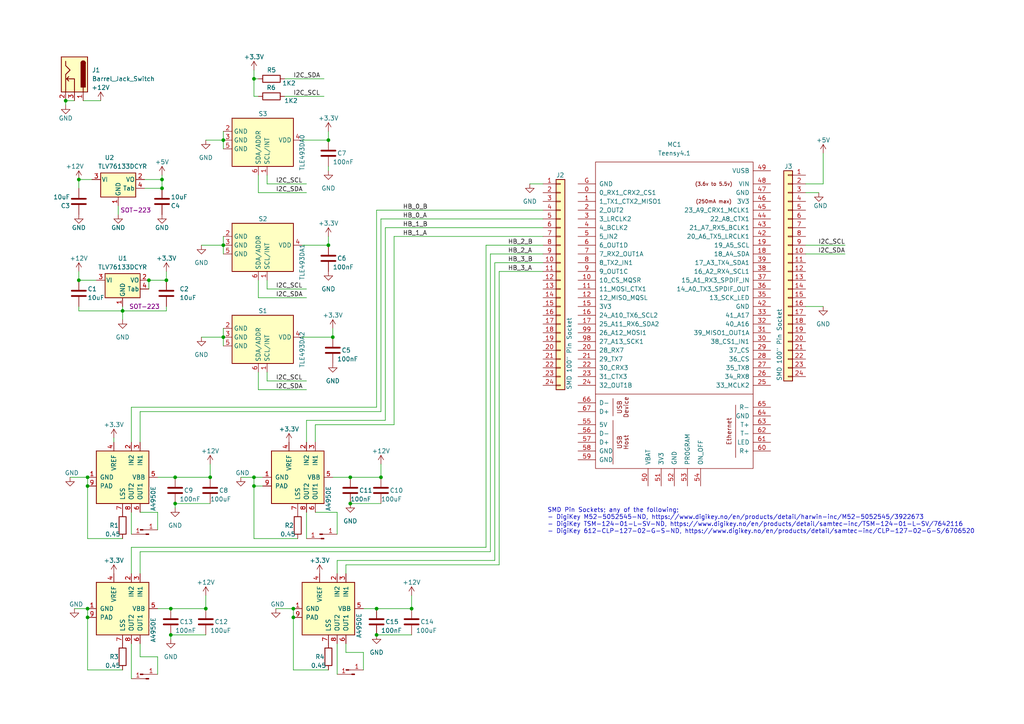
<source format=kicad_sch>
(kicad_sch (version 20230121) (generator eeschema)
  (paper "A4")
  (lib_symbols
    (symbol "Connector:Barrel_Jack_Switch" (pin_names hide)
      (property "Reference" "J" (at 0 5.334 0))
      (property "Value" "Barrel_Jack_Switch" (at 0 -5.08 0))
      (symbol "Barrel_Jack_Switch_0_1"
        (rectangle (start -5.08 3.81) (end 5.08 -3.81) (stroke (width 0.254)) (fill (type background)))
        (arc (start -3.302 3.175) (mid -3.9343 2.54) (end -3.302 1.905) (stroke (width 0.254)))
        (arc (start -3.302 3.175) (mid -3.9343 2.54) (end -3.302 1.905) (stroke (width 0.254)) (fill (type outline)))
        (polyline (pts (xy 1.27 -2.286) (xy 1.905 -1.651)) (stroke (width 0.254)))
        (polyline (pts (xy 5.08 2.54) (xy 3.81 2.54)) (stroke (width 0.254)))
        (polyline (pts (xy 5.08 0) (xy 1.27 0) (xy 1.27 -2.286) (xy 0.635 -1.651)) (stroke (width 0.254)))
        (polyline (pts (xy -3.81 -2.54) (xy -2.54 -2.54) (xy -1.27 -1.27) (xy 0 -2.54) (xy 2.54 -2.54) (xy 5.08 -2.54)) (stroke (width 0.254)))
        (rectangle (start 3.683 3.175) (end -3.302 1.905) (stroke (width 0.254)) (fill (type outline)))
      )
      (symbol "Barrel_Jack_Switch_1_1"
        (pin passive line (at 7.62 2.54 180) (length 2.54) (name "~") (number "1"))
        (pin passive line (at 7.62 -2.54 180) (length 2.54) (name "~") (number "2"))
        (pin passive line (at 7.62 0 180) (length 2.54) (name "~") (number "3"))
      )
    )
    (symbol "Connector:Conn_01x01_Pin" (pin_names (offset 1.016) hide)
      (property "Reference" "J" (at 0 2.54 0))
      (property "Value" "Conn_01x01_Pin" (at 0 -2.54 0))
      (symbol "Conn_01x01_Pin_1_1"
        (polyline (pts (xy 1.27 0) (xy 0.8636 0)) (stroke (width 0.1524)))
        (rectangle (start 0.8636 0.127) (end 0 -0.127) (stroke (width 0.1524)) (fill (type outline)))
        (pin passive line (at 5.08 0 180) (length 3.81) (name "Pin_1") (number "1"))
      )
    )
    (symbol "Connector_Generic:Conn_01x24" (pin_names (offset 1.016) hide)
      (property "Reference" "J" (at 0 30.48 0))
      (property "Value" "Conn_01x24" (at 0 -33.02 0))
      (symbol "Conn_01x24_1_1"
        (rectangle (start -1.27 -30.353) (end 0 -30.607) (stroke (width 0.1524)))
        (rectangle (start -1.27 -27.813) (end 0 -28.067) (stroke (width 0.1524)))
        (rectangle (start -1.27 -25.273) (end 0 -25.527) (stroke (width 0.1524)))
        (rectangle (start -1.27 -22.733) (end 0 -22.987) (stroke (width 0.1524)))
        (rectangle (start -1.27 -20.193) (end 0 -20.447) (stroke (width 0.1524)))
        (rectangle (start -1.27 -17.653) (end 0 -17.907) (stroke (width 0.1524)))
        (rectangle (start -1.27 -15.113) (end 0 -15.367) (stroke (width 0.1524)))
        (rectangle (start -1.27 -12.573) (end 0 -12.827) (stroke (width 0.1524)))
        (rectangle (start -1.27 -10.033) (end 0 -10.287) (stroke (width 0.1524)))
        (rectangle (start -1.27 -7.493) (end 0 -7.747) (stroke (width 0.1524)))
        (rectangle (start -1.27 -4.953) (end 0 -5.207) (stroke (width 0.1524)))
        (rectangle (start -1.27 -2.413) (end 0 -2.667) (stroke (width 0.1524)))
        (rectangle (start -1.27 0.127) (end 0 -0.127) (stroke (width 0.1524)))
        (rectangle (start -1.27 2.667) (end 0 2.413) (stroke (width 0.1524)))
        (rectangle (start -1.27 5.207) (end 0 4.953) (stroke (width 0.1524)))
        (rectangle (start -1.27 7.747) (end 0 7.493) (stroke (width 0.1524)))
        (rectangle (start -1.27 10.287) (end 0 10.033) (stroke (width 0.1524)))
        (rectangle (start -1.27 12.827) (end 0 12.573) (stroke (width 0.1524)))
        (rectangle (start -1.27 15.367) (end 0 15.113) (stroke (width 0.1524)))
        (rectangle (start -1.27 17.907) (end 0 17.653) (stroke (width 0.1524)))
        (rectangle (start -1.27 20.447) (end 0 20.193) (stroke (width 0.1524)))
        (rectangle (start -1.27 22.987) (end 0 22.733) (stroke (width 0.1524)))
        (rectangle (start -1.27 25.527) (end 0 25.273) (stroke (width 0.1524)))
        (rectangle (start -1.27 28.067) (end 0 27.813) (stroke (width 0.1524)))
        (rectangle (start -1.27 29.21) (end 1.27 -31.75) (stroke (width 0.254)) (fill (type background)))
        (pin passive line (at -5.08 27.94 0) (length 3.81) (name "Pin_1") (number "1"))
        (pin passive line (at -5.08 5.08 0) (length 3.81) (name "Pin_10") (number "10"))
        (pin passive line (at -5.08 2.54 0) (length 3.81) (name "Pin_11") (number "11"))
        (pin passive line (at -5.08 0 0) (length 3.81) (name "Pin_12") (number "12"))
        (pin passive line (at -5.08 -2.54 0) (length 3.81) (name "Pin_13") (number "13"))
        (pin passive line (at -5.08 -5.08 0) (length 3.81) (name "Pin_14") (number "14"))
        (pin passive line (at -5.08 -7.62 0) (length 3.81) (name "Pin_15") (number "15"))
        (pin passive line (at -5.08 -10.16 0) (length 3.81) (name "Pin_16") (number "16"))
        (pin passive line (at -5.08 -12.7 0) (length 3.81) (name "Pin_17") (number "17"))
        (pin passive line (at -5.08 -15.24 0) (length 3.81) (name "Pin_18") (number "18"))
        (pin passive line (at -5.08 -17.78 0) (length 3.81) (name "Pin_19") (number "19"))
        (pin passive line (at -5.08 25.4 0) (length 3.81) (name "Pin_2") (number "2"))
        (pin passive line (at -5.08 -20.32 0) (length 3.81) (name "Pin_20") (number "20"))
        (pin passive line (at -5.08 -22.86 0) (length 3.81) (name "Pin_21") (number "21"))
        (pin passive line (at -5.08 -25.4 0) (length 3.81) (name "Pin_22") (number "22"))
        (pin passive line (at -5.08 -27.94 0) (length 3.81) (name "Pin_23") (number "23"))
        (pin passive line (at -5.08 -30.48 0) (length 3.81) (name "Pin_24") (number "24"))
        (pin passive line (at -5.08 22.86 0) (length 3.81) (name "Pin_3") (number "3"))
        (pin passive line (at -5.08 20.32 0) (length 3.81) (name "Pin_4") (number "4"))
        (pin passive line (at -5.08 17.78 0) (length 3.81) (name "Pin_5") (number "5"))
        (pin passive line (at -5.08 15.24 0) (length 3.81) (name "Pin_6") (number "6"))
        (pin passive line (at -5.08 12.7 0) (length 3.81) (name "Pin_7") (number "7"))
        (pin passive line (at -5.08 10.16 0) (length 3.81) (name "Pin_8") (number "8"))
        (pin passive line (at -5.08 7.62 0) (length 3.81) (name "Pin_9") (number "9"))
      )
    )
    (symbol "Device:C" (pin_numbers hide) (pin_names (offset 0.254))
      (property "Reference" "C" (at 0.635 2.54 0))
      (property "Value" "C" (at 0.635 -2.54 0))
      (symbol "C_0_1"
        (polyline (pts (xy -2.032 -0.762) (xy 2.032 -0.762)) (stroke (width 0.508)))
        (polyline (pts (xy -2.032 0.762) (xy 2.032 0.762)) (stroke (width 0.508)))
      )
      (symbol "C_1_1"
        (pin passive line (at 0 3.81 270) (length 2.794) (name "~") (number "1"))
        (pin passive line (at 0 -3.81 90) (length 2.794) (name "~") (number "2"))
      )
    )
    (symbol "Device:R" (pin_numbers hide) (pin_names (offset 0))
      (property "Reference" "R" (at 2.032 0 90))
      (property "Value" "R" (at 0 0 90))
      (symbol "R_0_1"
        (rectangle (start -1.016 -2.54) (end 1.016 2.54) (stroke (width 0.254)))
      )
      (symbol "R_1_1"
        (pin passive line (at 0 3.81 270) (length 1.27) (name "~") (number "1"))
        (pin passive line (at 0 -3.81 90) (length 1.27) (name "~") (number "2"))
      )
    )
    (symbol "Driver_Motor:A4950E" (pin_names (offset 1.016))
      (property "Reference" "U" (at -7.62 8.89 0))
      (property "Value" "A4950E" (at 5.08 8.89 0))
      (symbol "A4950E_0_1"
        (rectangle (start -7.62 7.62) (end 7.62 -7.62) (stroke (width 0.254)) (fill (type background)))
      )
      (symbol "A4950E_1_1"
        (pin power_in line (at 0 -10.16 90) (length 2.54) (name "GND") (number "1"))
        (pin input line (at -10.16 2.54 0) (length 2.54) (name "IN2") (number "2"))
        (pin input line (at -10.16 5.08 0) (length 2.54) (name "IN1") (number "3"))
        (pin passive line (at -10.16 -2.54 0) (length 2.54) (name "VREF") (number "4"))
        (pin power_in line (at 0 10.16 270) (length 2.54) (name "VBB") (number "5"))
        (pin power_out line (at 10.16 5.08 180) (length 2.54) (name "OUT1") (number "6"))
        (pin power_in line (at 10.16 0 180) (length 2.54) (name "LSS") (number "7"))
        (pin power_out line (at 10.16 2.54 180) (length 2.54) (name "OUT2") (number "8"))
        (pin power_in line (at 2.54 -10.16 90) (length 2.54) (name "PAD") (number "9"))
      )
    )
    (symbol "Regulator_Linear1:LM1117-3.3" (pin_names (offset 0.254))
      (property "Reference" "U1" (at 0 6.35 0))
      (property "Value" "TLV76133DCYR" (at 0 3.81 0))
      (symbol "LM1117-3.3_0_1"
        (rectangle (start -5.08 1.905) (end 5.08 -5.08) (stroke (width 0.254)) (fill (type background)))
      )
      (symbol "LM1117-3.3_1_1"
        (pin power_in line (at 0 -7.62 90) (length 2.54) (name "GND") (number "1"))
        (pin power_out line (at 7.62 0 180) (length 2.54) (name "VO") (number "2"))
        (pin power_in line (at -7.62 0 0) (length 2.54) (name "VI") (number "3"))
        (pin power_out line (at 7.62 -2.54 180) (length 2.54) (name "Tab") (number "4"))
      )
    )
    (symbol "Sensor_Magnetic:TLV493D"
      (property "Reference" "U" (at -6.35 11.43 0))
      (property "Value" "TLV493D" (at 5.08 11.43 0))
      (symbol "TLV493D_0_1"
        (rectangle (start -7.62 10.16) (end 6.35 -7.62) (stroke (width 0.254)) (fill (type background)))
      )
      (symbol "TLV493D_1_1"
        (pin bidirectional line (at -10.16 2.54 0) (length 2.54) (name "SCL/INT") (number "1"))
        (pin power_in line (at 2.54 -10.16 90) (length 2.54) (name "GND") (number "2"))
        (pin power_in line (at 0 -10.16 90) (length 2.54) (name "GND") (number "3"))
        (pin power_in line (at 0 12.7 270) (length 2.54) (name "VDD") (number "4"))
        (pin power_in line (at -2.54 -10.16 90) (length 2.54) (name "GND") (number "5"))
        (pin bidirectional line (at -10.16 0 0) (length 2.54) (name "SDA/ADDR") (number "6"))
      )
    )
    (symbol "power:+12V" (power) (pin_names (offset 0))
      (property "Value" "+12V" (at 0 3.556 0))
      (symbol "+12V_0_1"
        (polyline (pts (xy -0.762 1.27) (xy 0 2.54)))
        (polyline (pts (xy 0 0) (xy 0 2.54)))
        (polyline (pts (xy 0 2.54) (xy 0.762 1.27)))
      )
      (symbol "+12V_1_1"
        (pin power_in line (at 0 0 90) (length 0) hide (name "+12V") (number "1"))
      )
    )
    (symbol "power:+3.3V" (power) (pin_names (offset 0))
      (property "Value" "+3.3V" (at 0 3.556 0))
      (symbol "+3.3V_0_1"
        (polyline (pts (xy -0.762 1.27) (xy 0 2.54)))
        (polyline (pts (xy 0 0) (xy 0 2.54)))
        (polyline (pts (xy 0 2.54) (xy 0.762 1.27)))
      )
      (symbol "+3.3V_1_1"
        (pin power_in line (at 0 0 90) (length 0) hide (name "+3.3V") (number "1"))
      )
    )
    (symbol "power:+5V" (power) (pin_names (offset 0))
      (property "Value" "+5V" (at 0 3.556 0))
      (symbol "+5V_0_1"
        (polyline (pts (xy -0.762 1.27) (xy 0 2.54)))
        (polyline (pts (xy 0 0) (xy 0 2.54)))
        (polyline (pts (xy 0 2.54) (xy 0.762 1.27)))
      )
      (symbol "+5V_1_1"
        (pin power_in line (at 0 0 90) (length 0) hide (name "+5V") (number "1"))
      )
    )
    (symbol "power:GND" (power) (pin_names (offset 0))
      (property "Value" "GND" (at 0 -3.81 0))
      (symbol "GND_0_1"
        (polyline (pts (xy 0 0) (xy 0 -1.27) (xy 1.27 -1.27) (xy 0 -2.54) (xy -1.27 -1.27) (xy 0 -1.27)))
      )
      (symbol "GND_1_1"
        (pin power_in line (at 0 0 270) (length 0) hide (name "GND") (number "1"))
      )
    )
    (symbol "teensy:Teensy4.1" (pin_names (offset 1.016))
      (property "Reference" "MC1" (at 0 66.04 0))
      (property "Value" "Teensy4.1" (at 0 63.5 0))
      (symbol "Teensy4.1_0_0"
        (polyline (pts (xy -22.86 -6.35) (xy 22.86 -6.35)))
        (polyline (pts (xy -17.78 -26.67) (xy -17.78 -13.97)))
        (polyline (pts (xy -17.78 -7.62) (xy -17.78 -12.7)))
        (polyline (pts (xy 17.78 -9.525) (xy 17.78 -24.765)))
        (text "(250mA max)" (at 11.43 49.53 0) (effects (font (size 1.016 1.016))))
        (text "(3.6v to 5.5v)" (at 11.43 54.61 0) (effects (font (size 1.016 1.016))))
        (text "Device" (at -13.97 -10.16 900) (effects (font (size 1.27 1.27))))
        (text "Ethernet" (at 15.875 -17.145 900) (effects (font (size 1.27 1.27))))
        (text "Host" (at -13.97 -20.32 900) (effects (font (size 1.27 1.27))))
        (text "USB" (at -15.875 -20.32 900) (effects (font (size 1.27 1.27))))
        (text "USB" (at -15.875 -10.16 900) (effects (font (size 1.27 1.27))))
        (pin power_in line (at -27.94 19.05 0) (length 5.08) (name "3V3") (number "15"))
        (pin bidirectional line (at -27.94 16.51 0) (length 5.08) (name "24_A10_TX6_SCL2") (number "16"))
        (pin bidirectional line (at -27.94 13.97 0) (length 5.08) (name "25_A11_RX6_SDA2") (number "17"))
        (pin bidirectional line (at -27.94 6.35 0) (length 5.08) (name "28_RX7") (number "20"))
        (pin bidirectional line (at -27.94 3.81 0) (length 5.08) (name "29_TX7") (number "21"))
        (pin bidirectional line (at -27.94 1.27 0) (length 5.08) (name "30_CRX3") (number "22"))
        (pin bidirectional line (at -27.94 -1.27 0) (length 5.08) (name "31_CTX3") (number "23"))
        (pin bidirectional line (at -27.94 -3.81 0) (length 5.08) (name "32_OUT1B") (number "24"))
        (pin bidirectional line (at 27.94 -3.81 180) (length 5.08) (name "33_MCLK2") (number "25"))
        (pin bidirectional line (at 27.94 -1.27 180) (length 5.08) (name "34_RX8") (number "26"))
        (pin bidirectional line (at 27.94 1.27 180) (length 5.08) (name "35_TX8") (number "27"))
        (pin bidirectional line (at 27.94 3.81 180) (length 5.08) (name "36_CS") (number "28"))
        (pin bidirectional line (at 27.94 6.35 180) (length 5.08) (name "37_CS") (number "29"))
        (pin bidirectional line (at 27.94 8.89 180) (length 5.08) (name "38_CS1_IN1") (number "30"))
        (pin bidirectional line (at 27.94 11.43 180) (length 5.08) (name "39_MISO1_OUT1A") (number "31"))
        (pin bidirectional line (at 27.94 13.97 180) (length 5.08) (name "40_A16") (number "32"))
        (pin bidirectional line (at 27.94 16.51 180) (length 5.08) (name "41_A17") (number "33"))
        (pin bidirectional line (at 27.94 21.59 180) (length 5.08) (name "13_SCK_LED") (number "35"))
        (pin bidirectional line (at 27.94 24.13 180) (length 5.08) (name "14_A0_TX3_SPDIF_OUT") (number "36"))
        (pin bidirectional line (at 27.94 26.67 180) (length 5.08) (name "15_A1_RX3_SPDIF_IN") (number "37"))
        (pin bidirectional line (at 27.94 29.21 180) (length 5.08) (name "16_A2_RX4_SCL1") (number "38"))
        (pin bidirectional line (at 27.94 31.75 180) (length 5.08) (name "17_A3_TX4_SDA1") (number "39"))
        (pin bidirectional line (at 27.94 39.37 180) (length 5.08) (name "20_A6_TX5_LRCLK1") (number "42"))
        (pin bidirectional line (at 27.94 41.91 180) (length 5.08) (name "21_A7_RX5_BCLK1") (number "43"))
        (pin bidirectional line (at 27.94 44.45 180) (length 5.08) (name "22_A8_CTX1") (number "44"))
        (pin bidirectional line (at 27.94 46.99 180) (length 5.08) (name "23_A9_CRX1_MCLK1") (number "45"))
        (pin output line (at 27.94 49.53 180) (length 5.08) (name "3V3") (number "46"))
        (pin output line (at 27.94 52.07 180) (length 5.08) (name "GND") (number "47"))
        (pin power_in line (at 27.94 54.61 180) (length 5.08) (name "VIN") (number "48"))
        (pin power_out line (at 27.94 58.42 180) (length 5.08) (name "VUSB") (number "49"))
        (pin power_in line (at -7.62 -33.02 90) (length 5.08) (name "VBAT") (number "50"))
        (pin power_in line (at -3.81 -33.02 90) (length 5.08) (name "3V3") (number "51"))
        (pin input line (at 0 -33.02 90) (length 5.08) (name "GND") (number "52"))
        (pin input line (at 3.81 -33.02 90) (length 5.08) (name "PROGRAM") (number "53"))
        (pin input line (at 7.62 -33.02 90) (length 5.08) (name "ON_OFF") (number "54"))
        (pin power_out line (at -27.94 -15.24 0) (length 5.08) (name "5V") (number "55"))
        (pin bidirectional line (at -27.94 -17.78 0) (length 5.08) (name "D-") (number "56"))
        (pin bidirectional line (at -27.94 -20.32 0) (length 5.08) (name "D+") (number "57"))
        (pin power_in line (at -27.94 -22.86 0) (length 5.08) (name "GND") (number "58"))
        (pin power_in line (at -27.94 -25.4 0) (length 5.08) (name "GND") (number "59"))
        (pin bidirectional line (at 27.94 -22.86 180) (length 5.08) (name "R+") (number "60"))
        (pin bidirectional line (at 27.94 -20.32 180) (length 5.08) (name "LED") (number "61"))
        (pin bidirectional line (at 27.94 -17.78 180) (length 5.08) (name "T-") (number "62"))
        (pin bidirectional line (at 27.94 -15.24 180) (length 5.08) (name "T+") (number "63"))
        (pin power_in line (at 27.94 -12.7 180) (length 5.08) (name "GND") (number "64"))
        (pin bidirectional line (at 27.94 -10.16 180) (length 5.08) (name "R-") (number "65"))
        (pin bidirectional line (at -27.94 -8.89 0) (length 5.08) (name "D-") (number "66"))
        (pin bidirectional line (at -27.94 -11.43 0) (length 5.08) (name "D+") (number "67"))
      )
      (symbol "Teensy4.1_0_1"
        (rectangle (start -22.86 60.96) (end 22.86 -27.94))
        (rectangle (start -20.32 -1.27) (end -20.32 -1.27))
      )
      (symbol "Teensy4.1_1_0"
        (pin bidirectional line (at -27.94 26.67 0) (length 5.08) (name "10_CS_MQSR") (number "10"))
        (pin bidirectional line (at -27.94 24.13 0) (length 5.08) (name "11_MOSI_CTX1") (number "11"))
        (pin bidirectional line (at -27.94 21.59 0) (length 5.08) (name "12_MISO_MQSL") (number "12"))
        (pin bidirectional line (at 27.94 34.29 180) (length 5.08) (name "18_A4_SDA") (number "18"))
        (pin bidirectional line (at 27.94 36.83 180) (length 5.08) (name "19_A5_SCL") (number "19"))
        (pin bidirectional line (at -27.94 44.45 0) (length 5.08) (name "3_LRCLK2") (number "3"))
        (pin bidirectional line (at -27.94 41.91 0) (length 5.08) (name "4_BCLK2") (number "4"))
        (pin bidirectional line (at -27.94 39.37 0) (length 5.08) (name "5_IN2") (number "5"))
        (pin bidirectional line (at -27.94 36.83 0) (length 5.08) (name "6_OUT1D") (number "6"))
        (pin bidirectional line (at -27.94 34.29 0) (length 5.08) (name "7_RX2_OUT1A") (number "7"))
        (pin bidirectional line (at -27.94 31.75 0) (length 5.08) (name "8_TX2_IN1") (number "8"))
        (pin bidirectional line (at -27.94 29.21 0) (length 5.08) (name "9_OUT1C") (number "9"))
        (pin bidirectional line (at -27.94 8.89 0) (length 5.08) (name "27_A13_SCK1") (number "98"))
        (pin bidirectional line (at -27.94 11.43 0) (length 5.08) (name "26_A12_MOSI1") (number "99"))
      )
      (symbol "Teensy4.1_1_1"
        (pin bidirectional line (at -27.94 52.07 0) (length 5.08) (name "0_RX1_CRX2_CS1") (number "0"))
        (pin bidirectional line (at -27.94 49.53 0) (length 5.08) (name "1_TX1_CTX2_MISO1") (number "1"))
        (pin bidirectional line (at -27.94 46.99 0) (length 5.08) (name "2_OUT2") (number "2"))
        (pin power_in line (at 27.94 19.05 180) (length 5.08) (name "GND") (number "42"))
        (pin power_in line (at -27.94 54.61 0) (length 5.08) (name "GND") (number "G"))
      )
    )
  )
  (junction (at 96.52 97.79))
  (junction (at 19.05 29.21))
  (junction (at 25.4 176.53))
  (junction (at 46.99 54.61))
  (junction (at 95.25 40.64))
  (junction (at 85.09 176.53))
  (junction (at 85.09 179.07))
  (junction (at 49.53 184.15))
  (junction (at 64.77 97.79))
  (junction (at 101.6 146.05))
  (junction (at 48.26 81.28))
  (junction (at 73.66 22.86))
  (junction (at 60.96 138.43))
  (junction (at 73.66 140.97))
  (junction (at 110.49 138.43))
  (junction (at 64.77 71.12))
  (junction (at 25.4 138.43))
  (junction (at 119.38 176.53))
  (junction (at 25.4 140.97))
  (junction (at 35.56 90.17))
  (junction (at 22.86 81.28))
  (junction (at 50.8 146.05))
  (junction (at 43.18 81.28))
  (junction (at 50.8 138.43))
  (junction (at 109.22 184.15))
  (junction (at 109.22 176.53))
  (junction (at 64.77 40.64))
  (junction (at 73.66 138.43))
  (junction (at 46.99 52.07))
  (junction (at 22.86 52.07))
  (junction (at 59.69 176.53))
  (junction (at 49.53 176.53))
  (junction (at 25.4 179.07))
  (junction (at 95.25 71.12))
  (junction (at 101.6 138.43))
  (wire (pts (xy 40.64 190.5) (xy 45.72 190.5)))
  (wire (pts (xy 100.33 186.69) (xy 100.33 189.23)))
  (wire (pts (xy 88.9 121.92) (xy 88.9 128.27)))
  (wire (pts (xy 95.25 48.26) (xy 95.25 49.53)))
  (wire (pts (xy 22.86 54.61) (xy 22.86 52.07)))
  (wire (pts (xy 22.86 90.17) (xy 35.56 90.17)))
  (wire (pts (xy 233.68 53.34) (xy 238.76 53.34)))
  (wire (pts (xy 238.76 88.9) (xy 233.68 88.9)))
  (wire (pts (xy 25.4 138.43) (xy 25.4 140.97)))
  (wire (pts (xy 33.02 127) (xy 33.02 128.27)))
  (wire (pts (xy 114.3 68.58) (xy 114.3 123.19)))
  (wire (pts (xy 77.47 53.34) (xy 88.9 53.34)))
  (wire (pts (xy 100.33 189.23) (xy 105.41 189.23)))
  (wire (pts (xy 143.51 76.2) (xy 143.51 162.56)))
  (wire (pts (xy 110.49 119.38) (xy 110.49 63.5)))
  (wire (pts (xy 97.79 162.56) (xy 97.79 166.37)))
  (wire (pts (xy 144.78 78.74) (xy 144.78 163.83)))
  (wire (pts (xy 45.72 190.5) (xy 45.72 195.58)))
  (wire (pts (xy 25.4 176.53) (xy 25.4 179.07)))
  (wire (pts (xy 58.42 97.79) (xy 64.77 97.79)))
  (wire (pts (xy 142.24 73.66) (xy 142.24 160.02)))
  (wire (pts (xy 34.29 59.69) (xy 34.29 62.23)))
  (wire (pts (xy 96.52 138.43) (xy 101.6 138.43)))
  (wire (pts (xy 69.85 138.43) (xy 73.66 138.43)))
  (wire (pts (xy 97.79 186.69) (xy 97.79 195.58)))
  (wire (pts (xy 80.01 176.53) (xy 85.09 176.53)))
  (wire (pts (xy 40.64 160.02) (xy 40.64 166.37)))
  (wire (pts (xy 20.32 138.43) (xy 25.4 138.43)))
  (wire (pts (xy 245.11 73.66) (xy 233.68 73.66)))
  (wire (pts (xy 45.72 138.43) (xy 50.8 138.43)))
  (wire (pts (xy 35.56 90.17) (xy 35.56 92.71)))
  (wire (pts (xy 46.99 50.8) (xy 46.99 52.07)))
  (wire (pts (xy 77.47 50.8) (xy 77.47 53.34)))
  (wire (pts (xy 157.48 73.66) (xy 142.24 73.66)))
  (wire (pts (xy 45.72 176.53) (xy 49.53 176.53)))
  (wire (pts (xy 43.18 81.28) (xy 48.26 81.28)))
  (wire (pts (xy 110.49 134.62) (xy 110.49 138.43)))
  (wire (pts (xy 140.97 71.12) (xy 140.97 158.75)))
  (wire (pts (xy 50.8 146.05) (xy 60.96 146.05)))
  (wire (pts (xy 21.59 176.53) (xy 25.4 176.53)))
  (wire (pts (xy 38.1 186.69) (xy 38.1 196.85)))
  (wire (pts (xy 105.41 189.23) (xy 105.41 194.31)))
  (wire (pts (xy 85.09 194.31) (xy 85.09 179.07)))
  (wire (pts (xy 73.66 138.43) (xy 73.66 140.97)))
  (wire (pts (xy 77.47 83.82) (xy 88.9 83.82)))
  (wire (pts (xy 87.63 40.64) (xy 95.25 40.64)))
  (wire (pts (xy 109.22 118.11) (xy 38.1 118.11)))
  (wire (pts (xy 109.22 176.53) (xy 119.38 176.53)))
  (wire (pts (xy 95.25 38.1) (xy 95.25 40.64)))
  (wire (pts (xy 157.48 71.12) (xy 140.97 71.12)))
  (wire (pts (xy 59.69 176.53) (xy 59.69 172.72)))
  (wire (pts (xy 25.4 194.31) (xy 25.4 179.07)))
  (wire (pts (xy 74.93 81.28) (xy 74.93 86.36)))
  (wire (pts (xy 45.72 148.59) (xy 45.72 153.67)))
  (wire (pts (xy 48.26 78.74) (xy 48.26 81.28)))
  (wire (pts (xy 64.77 71.12) (xy 64.77 73.66)))
  (wire (pts (xy 74.93 86.36) (xy 88.9 86.36)))
  (wire (pts (xy 41.91 52.07) (xy 46.99 52.07)))
  (wire (pts (xy 110.49 63.5) (xy 157.48 63.5)))
  (wire (pts (xy 109.22 60.96) (xy 109.22 118.11)))
  (wire (pts (xy 73.66 156.21) (xy 73.66 140.97)))
  (wire (pts (xy 19.05 29.21) (xy 19.05 30.48)))
  (wire (pts (xy 157.48 60.96) (xy 109.22 60.96)))
  (wire (pts (xy 157.48 78.74) (xy 144.78 78.74)))
  (wire (pts (xy 64.77 38.1) (xy 64.77 40.64)))
  (wire (pts (xy 97.79 148.59) (xy 97.79 154.94)))
  (wire (pts (xy 88.9 148.59) (xy 88.9 156.21)))
  (wire (pts (xy 58.42 71.12) (xy 64.77 71.12)))
  (wire (pts (xy 77.47 110.49) (xy 88.9 110.49)))
  (wire (pts (xy 144.78 163.83) (xy 100.33 163.83)))
  (wire (pts (xy 119.38 176.53) (xy 119.38 172.72)))
  (wire (pts (xy 40.64 148.59) (xy 45.72 148.59)))
  (wire (pts (xy 157.48 66.04) (xy 111.76 66.04)))
  (wire (pts (xy 237.49 55.88) (xy 233.68 55.88)))
  (wire (pts (xy 64.77 95.25) (xy 64.77 97.79)))
  (wire (pts (xy 86.36 156.21) (xy 73.66 156.21)))
  (wire (pts (xy 35.56 194.31) (xy 25.4 194.31)))
  (wire (pts (xy 157.48 68.58) (xy 114.3 68.58)))
  (wire (pts (xy 96.52 95.25) (xy 96.52 97.79)))
  (wire (pts (xy 40.64 160.02) (xy 142.24 160.02)))
  (wire (pts (xy 74.93 107.95) (xy 74.93 113.03)))
  (wire (pts (xy 48.26 88.9) (xy 48.26 90.17)))
  (wire (pts (xy 73.66 22.86) (xy 73.66 27.94)))
  (wire (pts (xy 77.47 107.95) (xy 77.47 110.49)))
  (wire (pts (xy 64.77 97.79) (xy 64.77 100.33)))
  (wire (pts (xy 22.86 90.17) (xy 22.86 88.9)))
  (wire (pts (xy 19.05 29.21) (xy 21.59 29.21)))
  (wire (pts (xy 40.64 186.69) (xy 40.64 190.5)))
  (wire (pts (xy 29.21 29.21) (xy 24.13 29.21)))
  (wire (pts (xy 74.93 113.03) (xy 88.9 113.03)))
  (wire (pts (xy 82.55 27.94) (xy 93.98 27.94)))
  (wire (pts (xy 60.96 138.43) (xy 60.96 134.62)))
  (wire (pts (xy 38.1 158.75) (xy 38.1 166.37)))
  (wire (pts (xy 73.66 27.94) (xy 74.93 27.94)))
  (wire (pts (xy 73.66 20.32) (xy 73.66 22.86)))
  (wire (pts (xy 38.1 158.75) (xy 140.97 158.75)))
  (wire (pts (xy 87.63 97.79) (xy 96.52 97.79)))
  (wire (pts (xy 111.76 66.04) (xy 111.76 121.92)))
  (wire (pts (xy 101.6 138.43) (xy 110.49 138.43)))
  (wire (pts (xy 87.63 71.12) (xy 95.25 71.12)))
  (wire (pts (xy 40.64 119.38) (xy 110.49 119.38)))
  (wire (pts (xy 101.6 146.05) (xy 110.49 146.05)))
  (wire (pts (xy 22.86 81.28) (xy 27.94 81.28)))
  (wire (pts (xy 50.8 138.43) (xy 60.96 138.43)))
  (wire (pts (xy 76.2 138.43) (xy 73.66 138.43)))
  (wire (pts (xy 91.44 148.59) (xy 97.79 148.59)))
  (wire (pts (xy 153.67 53.34) (xy 157.48 53.34)))
  (wire (pts (xy 50.8 147.32) (xy 50.8 146.05)))
  (wire (pts (xy 43.18 81.28) (xy 43.18 83.82)))
  (wire (pts (xy 143.51 162.56) (xy 97.79 162.56)))
  (wire (pts (xy 91.44 123.19) (xy 91.44 128.27)))
  (wire (pts (xy 100.33 163.83) (xy 100.33 166.37)))
  (wire (pts (xy 41.91 54.61) (xy 46.99 54.61)))
  (wire (pts (xy 74.93 50.8) (xy 74.93 55.88)))
  (wire (pts (xy 35.56 90.17) (xy 48.26 90.17)))
  (wire (pts (xy 49.53 176.53) (xy 59.69 176.53)))
  (wire (pts (xy 26.67 52.07) (xy 22.86 52.07)))
  (wire (pts (xy 73.66 22.86) (xy 74.93 22.86)))
  (wire (pts (xy 238.76 53.34) (xy 238.76 44.45)))
  (wire (pts (xy 114.3 123.19) (xy 91.44 123.19)))
  (wire (pts (xy 49.53 184.15) (xy 59.69 184.15)))
  (wire (pts (xy 73.66 140.97) (xy 76.2 140.97)))
  (wire (pts (xy 22.86 78.74) (xy 22.86 81.28)))
  (wire (pts (xy 85.09 176.53) (xy 85.09 179.07)))
  (wire (pts (xy 77.47 81.28) (xy 77.47 83.82)))
  (wire (pts (xy 82.55 22.86) (xy 93.98 22.86)))
  (wire (pts (xy 35.56 90.17) (xy 35.56 88.9)))
  (wire (pts (xy 109.22 184.15) (xy 119.38 184.15)))
  (wire (pts (xy 105.41 176.53) (xy 109.22 176.53)))
  (wire (pts (xy 46.99 52.07) (xy 46.99 54.61)))
  (wire (pts (xy 38.1 148.59) (xy 38.1 154.94)))
  (wire (pts (xy 111.76 121.92) (xy 88.9 121.92)))
  (wire (pts (xy 25.4 156.21) (xy 25.4 140.97)))
  (wire (pts (xy 64.77 40.64) (xy 64.77 43.18)))
  (wire (pts (xy 64.77 68.58) (xy 64.77 71.12)))
  (wire (pts (xy 95.25 68.58) (xy 95.25 71.12)))
  (wire (pts (xy 49.53 185.42) (xy 49.53 184.15)))
  (wire (pts (xy 35.56 156.21) (xy 25.4 156.21)))
  (wire (pts (xy 40.64 128.27) (xy 40.64 119.38)))
  (wire (pts (xy 38.1 118.11) (xy 38.1 128.27)))
  (wire (pts (xy 157.48 76.2) (xy 143.51 76.2)))
  (wire (pts (xy 59.69 40.64) (xy 64.77 40.64)))
  (wire (pts (xy 95.25 194.31) (xy 85.09 194.31)))
  (wire (pts (xy 74.93 55.88) (xy 88.9 55.88)))
  (wire (pts (xy 245.11 71.12) (xy 233.68 71.12)))
  (text "SMD Pin Sockets; any of the following;\n- DigiKey M52-5052545-ND, https://www.digikey.no/en/products/detail/harwin-inc/M52-5052545/3922673\n- DigiKey TSM-124-01-L-SV-ND, https://www.digikey.no/en/products/detail/samtec-inc/TSM-124-01-L-SV/7642116\n- DigiKey 612-CLP-127-02-G-S-ND, https://www.digikey.no/en/products/detail/samtec-inc/CLP-127-02-G-S/6706520" (at 158.75 154.94 0) (effects (font (size 1.27 1.27)) (justify left bottom)))
  (label "I2C_SDA" (at 80.01 55.88 0))
  (label "I2C_SDA" (at 80.01 86.36 0))
  (label "HB_1_A" (at 116.84 68.58 0))
  (label "I2C_SCL" (at 80.01 53.34 0))
  (label "I2C_SCL" (at 245.11 71.12 180))
  (label "I2C_SCL" (at 85.09 27.94 0))
  (label "HB_3_A" (at 147.32 78.74 0))
  (label "HB_2_A" (at 147.32 73.66 0))
  (label "I2C_SCL" (at 80.01 83.82 0))
  (label "HB_0_B" (at 116.84 60.96 0))
  (label "I2C_SCL" (at 80.01 110.49 0))
  (label "I2C_SDA" (at 245.11 73.66 180))
  (label "HB_1_B" (at 116.84 66.04 0))
  (label "I2C_SDA" (at 85.09 22.86 0))
  (label "HB_3_B" (at 147.32 76.2 0))
  (label "HB_0_A" (at 116.84 63.5 0))
  (label "HB_2_B" (at 147.32 71.12 0))
  (label "I2C_SDA" (at 80.01 113.03 0))
  (symbol (lib_id "Device:C") (at 110.49 142.24 0) (unit 1)
    (property "Reference" "C10" (at 113.03 142.24 0) (effects (justify left)))
    (property "Value" "100uF" (at 110.49 144.78 0) (effects (justify left)))
    (property "Footprint" "Capacitor_SMD:CP_Elec_6.3x7.7" (effects hide))
  )
  (symbol (lib_id "Connector_Generic:Conn_01x24") (at 228.6 78.74 0) (mirror y) (unit 1)
    (property "Reference" "J3" (at 229.87 48.26 0) (effects (justify left)))
    (property "Value" "SMD 100\" Pin Socket" (at 226.06 110.49 90) (effects (justify left)))
    (property "Footprint" "Connector_PinSocket_2.54mm:PinSocket_1x24_P2.54mm_Vertical_SMD_Pin1Left" (effects hide))
  )
  (symbol (lib_id "Device:C") (at 50.8 142.24 0) (unit 1)
    (property "Reference" "C9" (at 53.34 142.24 0) (effects (justify left)))
    (property "Value" "100nF" (at 52.07 144.78 0) (effects (justify left)))
    (property "Footprint" "Capacitor_SMD:C_0603_1608Metric" (effects hide))
  )
  (symbol (lib_id "power:+12V") (at 119.38 172.72 0) (unit 1)
    (property "Reference" "#PWR011" (effects hide))
    (property "Value" "+12V" (at 119.38 168.91 0))
  )
  (symbol (lib_id "Device:R") (at 78.74 27.94 270) (unit 1)
    (property "Reference" "R6" (at 80.01 25.4 90) (effects (justify right)))
    (property "Value" "1K2" (at 86.36 29.21 90) (effects (justify right)))
    (property "Footprint" "Resistor_SMD:R_0805_2012Metric" (effects hide))
  )
  (symbol (lib_id "power:GND") (at 95.25 78.74 0) (mirror y) (unit 1)
    (property "Reference" "#PWR020" (effects hide))
    (property "Value" "GND" (at 95.25 83.82 0))
  )
  (symbol (lib_id "Connector:Conn_01x01_Pin") (at 43.18 154.94 180) (unit 1)
    (property "Reference" "1_2" (effects hide))
    (property "Value" "solenoid" (effects hide))
    (property "Footprint" "TestPoint:TestPoint_Pad_1.5x1.5mm" (effects hide))
  )
  (symbol (lib_id "power:GND") (at 80.01 176.53 0) (unit 1)
    (property "Reference" "#PWR026" (effects hide))
    (property "Value" "GND" (at 82.55 175.26 0) (effects (justify right)))
  )
  (symbol (lib_id "power:+3.3V") (at 95.25 68.58 0) (unit 1)
    (property "Reference" "#PWR038" (effects hide))
    (property "Value" "+3.3V" (at 95.25 64.77 0))
  )
  (symbol (lib_id "power:GND") (at 50.8 147.32 0) (unit 1)
    (property "Reference" "#PWR07" (effects hide))
    (property "Value" "GND" (at 50.8 152.4 0))
  )
  (symbol (lib_id "power:+3.3V") (at 73.66 20.32 0) (unit 1)
    (property "Reference" "#PWR017" (effects hide))
    (property "Value" "+3.3V" (at 73.66 16.51 0))
  )
  (symbol (lib_id "power:GND") (at 109.22 184.15 0) (unit 1)
    (property "Reference" "#PWR012" (effects hide))
    (property "Value" "GND" (at 109.22 189.23 0))
  )
  (symbol (lib_id "Regulator_Linear1:LM1117-3.3") (at 35.56 81.28 0) (unit 1)
    (property "Reference" "U1" (at 35.56 74.93 0))
    (property "Value" "TLV76133DCYR" (at 35.56 77.47 0))
    (property "Footprint" "Package_TO_SOT_SMD:SOT-223" (effects hide))
    (property "Datasheet" "https://www.ti.com/lit/ds/symlink/tlv761.pdf?ts=1700471517827&ref_url=https%253A%252F%252Fwww.ti.com%252Fproduct%252FTLV761" (effects hide))
    (property "Footprint_Desc" "SOT-223" (at 41.91 88.9 0))
  )
  (symbol (lib_id "Device:C") (at 101.6 142.24 0) (unit 1)
    (property "Reference" "C11" (at 104.14 142.24 0) (effects (justify left)))
    (property "Value" "100nF" (at 101.6 144.78 0) (effects (justify left)))
    (property "Footprint" "Capacitor_SMD:C_0603_1608Metric" (effects hide))
  )
  (symbol (lib_id "Connector_Generic:Conn_01x24") (at 162.56 81.28 0) (unit 1)
    (property "Reference" "J2" (at 161.29 50.8 0) (effects (justify left)))
    (property "Value" "SMD 100\" Pin Socket" (at 165.1 113.03 90) (effects (justify left)))
    (property "Footprint" "Connector_PinSocket_2.54mm:PinSocket_1x24_P2.54mm_Vertical_SMD_Pin1Left" (effects hide))
  )
  (symbol (lib_id "Connector:Conn_01x01_Pin") (at 102.87 195.58 180) (unit 1)
    (property "Reference" "4_2" (effects hide))
    (property "Value" "solenoid" (effects hide))
    (property "Footprint" "TestPoint:TestPoint_Pad_1.5x1.5mm" (effects hide))
  )
  (symbol (lib_id "Connector:Conn_01x01_Pin") (at 92.71 154.94 0) (unit 1)
    (property "Reference" "2_1" (effects hide))
    (property "Value" "solenoid" (effects hide))
    (property "Footprint" "TestPoint:TestPoint_Pad_1.5x1.5mm" (effects hide))
  )
  (symbol (lib_id "power:+5V") (at 238.76 44.45 0) (unit 1)
    (property "Reference" "#PWR034" (effects hide))
    (property "Value" "+5V" (at 238.76 40.64 0))
  )
  (symbol (lib_id "Device:C") (at 22.86 85.09 0) (unit 1)
    (property "Reference" "C1" (at 25.4 83.82 0) (effects (justify left)))
    (property "Value" "10uF" (at 25.4 86.36 0) (effects (justify left)))
    (property "Footprint" "Capacitor_SMD:C_0805_2012Metric" (effects hide))
  )
  (symbol (lib_id "power:GND") (at 153.67 53.34 0) (unit 1)
    (property "Reference" "#PWR027" (effects hide))
    (property "Value" "GND" (at 153.67 58.42 0))
  )
  (symbol (lib_id "Driver_Motor:A4950E") (at 86.36 138.43 270) (unit 1)
    (property "Reference" "M2" (effects hide))
    (property "Value" "A4950E" (at 95.25 140.97 0) (effects (justify left)))
    (property "Footprint" "Package_SO:SOIC-8-1EP_3.9x4.9mm_P1.27mm_EP2.41x3.3mm" (effects hide))
    (property "Datasheet" "http://www.allegromicro.com/~/media/Files/Datasheets/A4950-Datasheet.ashx" (effects hide))
  )
  (symbol (lib_id "power:GND") (at 34.29 62.23 0) (unit 1)
    (property "Reference" "#PWR035" (effects hide))
    (property "Value" "GND" (at 34.29 66.04 0))
  )
  (symbol (lib_id "Device:R") (at 86.36 152.4 0) (unit 1)
    (property "Reference" "R2" (at 82.55 152.4 0) (effects (justify left)))
    (property "Value" "0.45" (at 81.28 154.94 0) (effects (justify left)))
    (property "Footprint" "Resistor_SMD:R_1206_3216Metric_Pad1.30x1.75mm_HandSolder" (effects hide))
  )
  (symbol (lib_id "Device:C") (at 48.26 85.09 0) (unit 1)
    (property "Reference" "C2" (at 52.07 83.82 0) (effects (justify left)))
    (property "Value" "10uF" (at 52.07 86.36 0) (effects (justify left)))
    (property "Footprint" "Capacitor_SMD:C_0805_2012Metric" (effects hide))
  )
  (symbol (lib_id "Device:C") (at 46.99 58.42 0) (mirror x) (unit 1)
    (property "Reference" "C4" (at 49.53 59.69 0) (effects (justify left)))
    (property "Value" "10uF" (at 49.53 57.15 0) (effects (justify left)))
    (property "Footprint" "Capacitor_SMD:C_0805_2012Metric" (effects hide))
  )
  (symbol (lib_id "power:+5V") (at 46.99 50.8 0) (unit 1)
    (property "Reference" "#PWR033" (effects hide))
    (property "Value" "+5V" (at 46.99 46.99 0))
  )
  (symbol (lib_id "power:+12V") (at 22.86 78.74 0) (unit 1)
    (property "Reference" "#PWR01" (effects hide))
    (property "Value" "+12V" (at 22.86 74.93 0))
  )
  (symbol (lib_id "power:+12V") (at 22.86 52.07 0) (unit 1)
    (property "Reference" "#PWR022" (effects hide))
    (property "Value" "+12V" (at 19.05 48.26 0) (effects (justify left)))
  )
  (symbol (lib_id "power:+3.3V") (at 95.25 38.1 0) (unit 1)
    (property "Reference" "#PWR039" (effects hide))
    (property "Value" "+3.3V" (at 95.25 34.29 0))
  )
  (symbol (lib_id "Device:C") (at 96.52 101.6 0) (mirror x) (unit 1)
    (property "Reference" "C5" (at 99.06 101.6 0) (effects (justify left)))
    (property "Value" "100nF" (at 97.79 104.14 0) (effects (justify left)))
    (property "Footprint" "Capacitor_SMD:C_0603_1608Metric" (effects hide))
  )
  (symbol (lib_id "Device:C") (at 49.53 180.34 0) (unit 1)
    (property "Reference" "C13" (at 52.07 180.34 0) (effects (justify left)))
    (property "Value" "100nF" (at 50.8 182.88 0) (effects (justify left)))
    (property "Footprint" "Capacitor_SMD:C_0603_1608Metric" (effects hide))
  )
  (symbol (lib_id "Device:R") (at 78.74 22.86 90) (unit 1)
    (property "Reference" "R5" (at 78.74 20.32 90))
    (property "Value" "1K2" (at 83.82 24.13 90))
    (property "Footprint" "Resistor_SMD:R_0805_2012Metric" (effects hide))
  )
  (symbol (lib_id "power:+12V") (at 29.21 29.21 0) (mirror y) (unit 1)
    (property "Reference" "#PWR018" (effects hide))
    (property "Value" "+12V" (at 29.21 25.4 0))
  )
  (symbol (lib_id "power:+12V") (at 59.69 172.72 0) (unit 1)
    (property "Reference" "#PWR05" (effects hide))
    (property "Value" "+12V" (at 59.69 168.91 0))
  )
  (symbol (lib_id "power:GND") (at 101.6 146.05 0) (unit 1)
    (property "Reference" "#PWR09" (effects hide))
    (property "Value" "GND" (at 101.6 151.13 0))
  )
  (symbol (lib_id "Device:R") (at 35.56 190.5 0) (unit 1)
    (property "Reference" "R3" (at 31.75 190.5 0) (effects (justify left)))
    (property "Value" "0.45" (at 30.48 193.04 0) (effects (justify left)))
    (property "Footprint" "Resistor_SMD:R_1206_3216Metric_Pad1.30x1.75mm_HandSolder" (effects hide))
  )
  (symbol (lib_id "Sensor_Magnetic:TLV493D") (at 74.93 40.64 270) (mirror x) (unit 1)
    (property "Reference" "S3" (at 74.93 33.02 90) (effects (justify left)))
    (property "Value" "TLE493DA0" (at 87.63 49.53 0) (effects (justify left)))
    (property "Footprint" "Package_TO_SOT_SMD:SOT-23-6" (effects hide))
    (property "Datasheet" "http://www.infineon.com/dgdl/Infineon-TLV493D-A1B6-DS-v01_00-EN.pdf?fileId=5546d462525dbac40152a6b85c760e80" (effects hide))
  )
  (symbol (lib_id "Driver_Motor:A4950E") (at 35.56 176.53 270) (unit 1)
    (property "Reference" "M3" (effects hide))
    (property "Value" "A4950E" (at 44.45 179.07 0) (effects (justify left)))
    (property "Footprint" "Package_SO:SOIC-8-1EP_3.9x4.9mm_P1.27mm_EP2.41x3.3mm" (effects hide))
    (property "Datasheet" "http://www.allegromicro.com/~/media/Files/Datasheets/A4950-Datasheet.ashx" (effects hide))
  )
  (symbol (lib_id "power:+12V") (at 60.96 134.62 0) (unit 1)
    (property "Reference" "#PWR04" (effects hide))
    (property "Value" "+12V" (at 60.96 130.81 0))
  )
  (symbol (lib_id "power:GND") (at 46.99 62.23 0) (unit 1)
    (property "Reference" "#PWR036" (effects hide))
    (property "Value" "GND" (at 46.99 66.04 0))
  )
  (symbol (lib_id "Device:C") (at 95.25 74.93 0) (mirror x) (unit 1)
    (property "Reference" "C6" (at 97.79 74.93 0) (effects (justify left)))
    (property "Value" "100nF" (at 96.52 77.47 0) (effects (justify left)))
    (property "Footprint" "Capacitor_SMD:C_0603_1608Metric" (effects hide))
  )
  (symbol (lib_id "Driver_Motor:A4950E") (at 95.25 176.53 270) (unit 1)
    (property "Reference" "M4" (effects hide))
    (property "Value" "A4950E" (at 104.14 177.8 0) (effects (justify left)))
    (property "Footprint" "Package_SO:SOIC-8-1EP_3.9x4.9mm_P1.27mm_EP2.41x3.3mm" (effects hide))
    (property "Datasheet" "http://www.allegromicro.com/~/media/Files/Datasheets/A4950-Datasheet.ashx" (effects hide))
  )
  (symbol (lib_id "Device:C") (at 109.22 180.34 0) (unit 1)
    (property "Reference" "C15" (at 111.76 180.34 0) (effects (justify left)))
    (property "Value" "100nF" (at 110.49 182.88 0) (effects (justify left)))
    (property "Footprint" "Capacitor_SMD:C_0603_1608Metric" (effects hide))
  )
  (symbol (lib_id "power:+12V") (at 110.49 134.62 0) (unit 1)
    (property "Reference" "#PWR08" (effects hide))
    (property "Value" "+12V" (at 110.49 130.81 0))
  )
  (symbol (lib_id "Connector:Conn_01x01_Pin") (at 40.64 153.67 0) (unit 1)
    (property "Reference" "1_1" (effects hide))
    (property "Value" "solenoid" (effects hide))
    (property "Footprint" "TestPoint:TestPoint_Pad_1.5x1.5mm" (effects hide))
  )
  (symbol (lib_id "power:GND") (at 19.05 30.48 0) (unit 1)
    (property "Reference" "#PWR032" (effects hide))
    (property "Value" "GND" (at 19.05 34.29 0))
  )
  (symbol (lib_id "power:+3.3V") (at 92.71 166.37 0) (unit 1)
    (property "Reference" "#PWR014" (effects hide))
    (property "Value" "+3.3V" (at 92.71 162.56 0))
  )
  (symbol (lib_id "Connector:Barrel_Jack_Switch") (at 21.59 21.59 270) (unit 1)
    (property "Reference" "J1" (at 26.67 20.32 90) (effects (justify left)))
    (property "Value" "Barrel_Jack_Switch" (at 26.67 22.86 90) (effects (justify left)))
    (property "Footprint" "barrel jack:CUI_PJ-036AH-SMT-TR" (effects hide))
  )
  (symbol (lib_id "power:GND") (at 58.42 97.79 0) (unit 1)
    (property "Reference" "#PWR030" (effects hide))
    (property "Value" "GND" (at 58.42 102.87 0))
  )
  (symbol (lib_id "Sensor_Magnetic:TLV493D") (at 74.93 97.79 270) (mirror x) (unit 1)
    (property "Reference" "S1" (at 74.93 90.17 90) (effects (justify left)))
    (property "Value" "TLE493DA2" (at 87.63 106.68 0) (effects (justify left)))
    (property "Footprint" "Package_TO_SOT_SMD:SOT-23-6" (effects hide))
    (property "Datasheet" "http://www.infineon.com/dgdl/Infineon-TLV493D-A1B6-DS-v01_00-EN.pdf?fileId=5546d462525dbac40152a6b85c760e80" (effects hide))
  )
  (symbol (lib_id "Device:C") (at 60.96 142.24 0) (unit 1)
    (property "Reference" "C8" (at 63.5 142.24 0) (effects (justify left)))
    (property "Value" "100uF" (at 60.96 144.78 0) (effects (justify left)))
    (property "Footprint" "Capacitor_SMD:CP_Elec_6.3x7.7" (effects hide))
  )
  (symbol (lib_id "power:+3.3V") (at 48.26 78.74 0) (unit 1)
    (property "Reference" "#PWR037" (effects hide))
    (property "Value" "+3.3V" (at 48.26 74.93 0))
  )
  (symbol (lib_id "Connector:Conn_01x01_Pin") (at 100.33 194.31 0) (unit 1)
    (property "Reference" "4_1" (effects hide))
    (property "Value" "solenoid" (effects hide))
    (property "Footprint" "TestPoint:TestPoint_Pad_1.5x1.5mm" (effects hide))
  )
  (symbol (lib_id "power:GND") (at 95.25 49.53 0) (mirror y) (unit 1)
    (property "Reference" "#PWR019" (effects hide))
    (property "Value" "GND" (at 95.25 54.61 0))
  )
  (symbol (lib_id "power:GND") (at 58.42 71.12 0) (unit 1)
    (property "Reference" "#PWR029" (effects hide))
    (property "Value" "GND" (at 58.42 76.2 0))
  )
  (symbol (lib_id "power:GND") (at 49.53 185.42 0) (unit 1)
    (property "Reference" "#PWR010" (effects hide))
    (property "Value" "GND" (at 49.53 190.5 0))
  )
  (symbol (lib_id "power:GND") (at 22.86 62.23 0) (unit 1)
    (property "Reference" "#PWR023" (effects hide))
    (property "Value" "GND" (at 22.86 66.04 0))
  )
  (symbol (lib_id "power:+3.3V") (at 33.02 127 0) (unit 1)
    (property "Reference" "#PWR015" (effects hide))
    (property "Value" "+3.3V" (at 33.02 123.19 0))
  )
  (symbol (lib_id "power:+3.3V") (at 33.02 166.37 0) (unit 1)
    (property "Reference" "#PWR013" (effects hide))
    (property "Value" "+3.3V" (at 33.02 162.56 0))
  )
  (symbol (lib_id "Driver_Motor:A4950E") (at 35.56 138.43 270) (unit 1)
    (property "Reference" "M1" (effects hide))
    (property "Value" "A4950E" (at 44.45 140.97 0) (effects (justify left)))
    (property "Footprint" "Package_SO:SOIC-8-1EP_3.9x4.9mm_P1.27mm_EP2.41x3.3mm" (effects hide))
    (property "Datasheet" "http://www.allegromicro.com/~/media/Files/Datasheets/A4950-Datasheet.ashx" (effects hide))
  )
  (symbol (lib_id "power:GND") (at 35.56 92.71 0) (unit 1)
    (property "Reference" "#PWR02" (effects hide))
    (property "Value" "GND" (at 35.56 97.79 0))
  )
  (symbol (lib_id "Connector:Conn_01x01_Pin") (at 93.98 156.21 180) (unit 1)
    (property "Reference" "2_2" (effects hide))
    (property "Value" "solenoid" (effects hide))
    (property "Footprint" "TestPoint:TestPoint_Pad_1.5x1.5mm" (effects hide))
  )
  (symbol (lib_id "Connector:Conn_01x01_Pin") (at 43.18 196.85 180) (unit 1)
    (property "Reference" "3_2" (effects hide))
    (property "Value" "solenoid" (effects hide))
    (property "Footprint" "TestPoint:TestPoint_Pad_1.5x1.5mm" (effects hide))
  )
  (symbol (lib_id "teensy:Teensy4.1") (at 195.58 107.95 0) (unit 1) (on_board no)
    (property "Reference" "MC1" (at 195.58 41.91 0))
    (property "Value" "Teensy4.1" (at 195.58 44.45 0))
    (property "Footprint" "Teensy 4.1:teensy 4.1" (effects hide))
  )
  (symbol (lib_id "Device:C") (at 119.38 180.34 0) (unit 1)
    (property "Reference" "C14" (at 121.92 180.34 0) (effects (justify left)))
    (property "Value" "100uF" (at 120.65 182.88 0) (effects (justify left)))
    (property "Footprint" "Capacitor_SMD:CP_Elec_6.3x7.7" (effects hide))
  )
  (symbol (lib_id "Device:C") (at 22.86 58.42 180) (unit 1)
    (property "Reference" "C3" (at 20.32 59.69 0) (effects (justify left)))
    (property "Value" "10uF" (at 20.32 57.15 0) (effects (justify left)))
    (property "Footprint" "Capacitor_SMD:C_0805_2012Metric" (effects hide))
  )
  (symbol (lib_id "power:GND") (at 96.52 105.41 0) (mirror y) (unit 1)
    (property "Reference" "#PWR021" (effects hide))
    (property "Value" "GND" (at 96.52 110.49 0))
  )
  (symbol (lib_id "power:GND") (at 237.49 55.88 0) (unit 1)
    (property "Reference" "#PWR028" (effects hide))
    (property "Value" "GND" (at 240.03 59.69 0) (effects (justify right)))
  )
  (symbol (lib_id "Connector:Conn_01x01_Pin") (at 40.64 195.58 0) (unit 1)
    (property "Reference" "3_1" (effects hide))
    (property "Value" "solenoid" (effects hide))
    (property "Footprint" "TestPoint:TestPoint_Pad_1.5x1.5mm" (effects hide))
  )
  (symbol (lib_id "Device:C") (at 59.69 180.34 0) (unit 1)
    (property "Reference" "C12" (at 62.23 180.34 0) (effects (justify left)))
    (property "Value" "100uF" (at 60.96 182.88 0) (effects (justify left)))
    (property "Footprint" "Capacitor_SMD:CP_Elec_6.3x7.7" (effects hide))
  )
  (symbol (lib_id "Device:R") (at 95.25 190.5 0) (unit 1)
    (property "Reference" "R4" (at 91.44 190.5 0) (effects (justify left)))
    (property "Value" "0.45" (at 90.17 193.04 0) (effects (justify left)))
    (property "Footprint" "Resistor_SMD:R_1206_3216Metric_Pad1.30x1.75mm_HandSolder" (effects hide))
  )
  (symbol (lib_id "Sensor_Magnetic:TLV493D") (at 74.93 71.12 270) (mirror x) (unit 1)
    (property "Reference" "S2" (at 74.93 63.5 90) (effects (justify left)))
    (property "Value" "TLE493DA1" (at 87.63 81.28 0) (effects (justify left)))
    (property "Footprint" "Package_TO_SOT_SMD:SOT-23-6" (effects hide))
    (property "Datasheet" "http://www.infineon.com/dgdl/Infineon-TLV493D-A1B6-DS-v01_00-EN.pdf?fileId=5546d462525dbac40152a6b85c760e80" (effects hide))
  )
  (symbol (lib_id "power:GND") (at 21.59 176.53 0) (unit 1)
    (property "Reference" "#PWR025" (effects hide))
    (property "Value" "GND" (at 24.13 175.26 0) (effects (justify right)))
  )
  (symbol (lib_id "power:GND") (at 238.76 88.9 0) (unit 1)
    (property "Reference" "#PWR024" (effects hide))
    (property "Value" "GND" (at 238.76 93.98 0))
  )
  (symbol (lib_id "power:+3.3V") (at 96.52 95.25 0) (unit 1)
    (property "Reference" "#PWR040" (effects hide))
    (property "Value" "+3.3V" (at 96.52 91.44 0))
  )
  (symbol (lib_id "Regulator_Linear1:LM1117-3.3") (at 34.29 52.07 0) (unit 1)
    (property "Reference" "U2" (at 31.75 45.72 0))
    (property "Value" "TLV76133DCYR" (at 35.56 48.26 0))
    (property "Footprint" "Package_TO_SOT_SMD:SOT-223" (effects hide))
    (property "Datasheet" "https://www.ti.com/lit/ds/symlink/tlv761.pdf?ts=1700471517827&ref_url=https%253A%252F%252Fwww.ti.com%252Fproduct%252FTLV761" (effects hide))
    (property "Footprint_Desc" "SOT-223" (at 39.37 60.96 0))
  )
  (symbol (lib_id "power:GND") (at 20.32 138.43 0) (unit 1)
    (property "Reference" "#PWR06" (effects hide))
    (property "Value" "GND" (at 22.86 137.16 0) (effects (justify right)))
  )
  (symbol (lib_id "Device:C") (at 95.25 44.45 0) (mirror x) (unit 1)
    (property "Reference" "C7" (at 97.79 44.45 0) (effects (justify left)))
    (property "Value" "100nF" (at 96.52 46.99 0) (effects (justify left)))
    (property "Footprint" "Capacitor_SMD:C_0603_1608Metric" (effects hide))
  )
  (symbol (lib_id "power:GND") (at 59.69 40.64 0) (unit 1)
    (property "Reference" "#PWR031" (effects hide))
    (property "Value" "GND" (at 59.69 45.72 0))
  )
  (symbol (lib_id "Device:R") (at 35.56 152.4 0) (unit 1)
    (property "Reference" "R1" (at 31.75 152.4 0) (effects (justify left)))
    (property "Value" "0.45" (at 30.48 154.94 0) (effects (justify left)))
    (property "Footprint" "Resistor_SMD:R_1206_3216Metric_Pad1.30x1.75mm_HandSolder" (effects hide))
  )
  (symbol (lib_id "power:GND") (at 69.85 138.43 0) (unit 1)
    (property "Reference" "#PWR03" (effects hide))
    (property "Value" "GND" (at 72.39 137.16 0) (effects (justify right)))
  )
  (symbol (lib_id "power:+3.3V") (at 83.82 128.27 0) (unit 1)
    (property "Reference" "#PWR016" (effects hide))
    (property "Value" "+3.3V" (at 83.82 124.46 0))
  )
)
</source>
